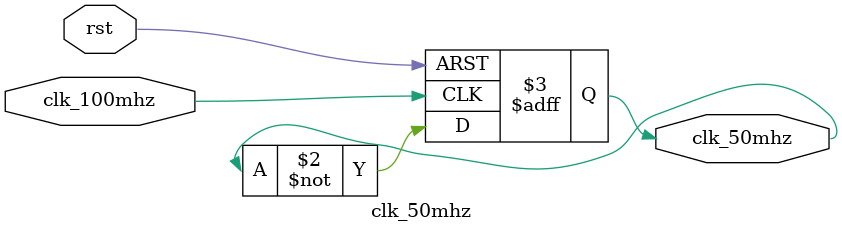
<source format=v>
`timescale 1ns / 1ps

module clk_50mhz(
    input rst,
    input clk_100mhz,
    output reg clk_50mhz
    );

always @(posedge clk_100mhz or posedge rst)
if (rst) begin clk_50mhz<=0; end
else clk_50mhz<=~clk_50mhz;

endmodule

</source>
